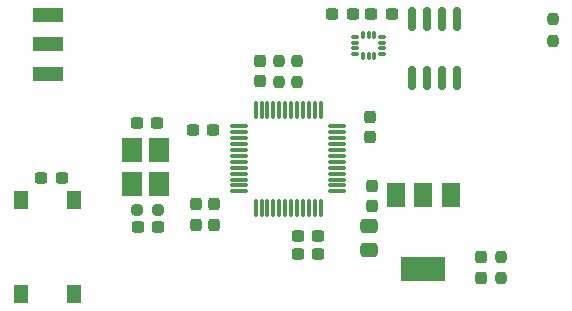
<source format=gbr>
%TF.GenerationSoftware,KiCad,Pcbnew,7.0.7*%
%TF.CreationDate,2024-03-24T23:16:09-05:00*%
%TF.ProjectId,lsm6dsoxCANEnabled,6c736d36-6473-46f7-9843-414e456e6162,rev?*%
%TF.SameCoordinates,Original*%
%TF.FileFunction,Paste,Top*%
%TF.FilePolarity,Positive*%
%FSLAX46Y46*%
G04 Gerber Fmt 4.6, Leading zero omitted, Abs format (unit mm)*
G04 Created by KiCad (PCBNEW 7.0.7) date 2024-03-24 23:16:09*
%MOMM*%
%LPD*%
G01*
G04 APERTURE LIST*
G04 Aperture macros list*
%AMRoundRect*
0 Rectangle with rounded corners*
0 $1 Rounding radius*
0 $2 $3 $4 $5 $6 $7 $8 $9 X,Y pos of 4 corners*
0 Add a 4 corners polygon primitive as box body*
4,1,4,$2,$3,$4,$5,$6,$7,$8,$9,$2,$3,0*
0 Add four circle primitives for the rounded corners*
1,1,$1+$1,$2,$3*
1,1,$1+$1,$4,$5*
1,1,$1+$1,$6,$7*
1,1,$1+$1,$8,$9*
0 Add four rect primitives between the rounded corners*
20,1,$1+$1,$2,$3,$4,$5,0*
20,1,$1+$1,$4,$5,$6,$7,0*
20,1,$1+$1,$6,$7,$8,$9,0*
20,1,$1+$1,$8,$9,$2,$3,0*%
G04 Aperture macros list end*
%ADD10RoundRect,0.237500X-0.237500X0.300000X-0.237500X-0.300000X0.237500X-0.300000X0.237500X0.300000X0*%
%ADD11R,1.500000X2.000000*%
%ADD12R,3.800000X2.000000*%
%ADD13RoundRect,0.250000X0.475000X-0.337500X0.475000X0.337500X-0.475000X0.337500X-0.475000X-0.337500X0*%
%ADD14RoundRect,0.237500X-0.237500X0.250000X-0.237500X-0.250000X0.237500X-0.250000X0.237500X0.250000X0*%
%ADD15R,1.800000X2.100000*%
%ADD16RoundRect,0.237500X-0.300000X-0.237500X0.300000X-0.237500X0.300000X0.237500X-0.300000X0.237500X0*%
%ADD17RoundRect,0.237500X0.300000X0.237500X-0.300000X0.237500X-0.300000X-0.237500X0.300000X-0.237500X0*%
%ADD18RoundRect,0.150000X0.150000X-0.825000X0.150000X0.825000X-0.150000X0.825000X-0.150000X-0.825000X0*%
%ADD19RoundRect,0.075000X-0.662500X-0.075000X0.662500X-0.075000X0.662500X0.075000X-0.662500X0.075000X0*%
%ADD20RoundRect,0.075000X-0.075000X-0.662500X0.075000X-0.662500X0.075000X0.662500X-0.075000X0.662500X0*%
%ADD21RoundRect,0.237500X0.237500X-0.250000X0.237500X0.250000X-0.237500X0.250000X-0.237500X-0.250000X0*%
%ADD22RoundRect,0.237500X0.237500X-0.300000X0.237500X0.300000X-0.237500X0.300000X-0.237500X-0.300000X0*%
%ADD23RoundRect,0.237500X0.250000X0.237500X-0.250000X0.237500X-0.250000X-0.237500X0.250000X-0.237500X0*%
%ADD24RoundRect,0.087500X0.225000X0.087500X-0.225000X0.087500X-0.225000X-0.087500X0.225000X-0.087500X0*%
%ADD25RoundRect,0.087500X0.087500X0.225000X-0.087500X0.225000X-0.087500X-0.225000X0.087500X-0.225000X0*%
%ADD26RoundRect,0.237500X0.237500X-0.287500X0.237500X0.287500X-0.237500X0.287500X-0.237500X-0.287500X0*%
%ADD27R,1.300000X1.550000*%
%ADD28R,2.500000X1.250000*%
G04 APERTURE END LIST*
D10*
%TO.C,C4*%
X86700000Y-46837500D03*
X86700000Y-48562500D03*
%TD*%
D11*
%TO.C,U5*%
X93400000Y-47600000D03*
D12*
X91100000Y-53900000D03*
D11*
X91100000Y-47600000D03*
X88800000Y-47600000D03*
%TD*%
D13*
%TO.C,C5*%
X86450000Y-52287500D03*
X86450000Y-50212500D03*
%TD*%
D14*
%TO.C,R1*%
X80400000Y-36237500D03*
X80400000Y-38062500D03*
%TD*%
D15*
%TO.C,Y1*%
X66400000Y-43800000D03*
X66400000Y-46700000D03*
X68700000Y-46700000D03*
X68700000Y-43800000D03*
%TD*%
D16*
%TO.C,C13*%
X83387500Y-32300000D03*
X85112500Y-32300000D03*
%TD*%
D17*
%TO.C,C7*%
X82187500Y-51050000D03*
X80462500Y-51050000D03*
%TD*%
D18*
%TO.C,U2*%
X90095000Y-37675000D03*
X91365000Y-37675000D03*
X92635000Y-37675000D03*
X93905000Y-37675000D03*
X93905000Y-32725000D03*
X92635000Y-32725000D03*
X91365000Y-32725000D03*
X90095000Y-32725000D03*
%TD*%
D19*
%TO.C,U3*%
X75475000Y-41800000D03*
X75475000Y-42300000D03*
X75475000Y-42800000D03*
X75475000Y-43300000D03*
X75475000Y-43800000D03*
X75475000Y-44300000D03*
X75475000Y-44800000D03*
X75475000Y-45300000D03*
X75475000Y-45800000D03*
X75475000Y-46300000D03*
X75475000Y-46800000D03*
X75475000Y-47300000D03*
D20*
X76887500Y-48712500D03*
X77387500Y-48712500D03*
X77887500Y-48712500D03*
X78387500Y-48712500D03*
X78887500Y-48712500D03*
X79387500Y-48712500D03*
X79887500Y-48712500D03*
X80387500Y-48712500D03*
X80887500Y-48712500D03*
X81387500Y-48712500D03*
X81887500Y-48712500D03*
X82387500Y-48712500D03*
D19*
X83800000Y-47300000D03*
X83800000Y-46800000D03*
X83800000Y-46300000D03*
X83800000Y-45800000D03*
X83800000Y-45300000D03*
X83800000Y-44800000D03*
X83800000Y-44300000D03*
X83800000Y-43800000D03*
X83800000Y-43300000D03*
X83800000Y-42800000D03*
X83800000Y-42300000D03*
X83800000Y-41800000D03*
D20*
X82387500Y-40387500D03*
X81887500Y-40387500D03*
X81387500Y-40387500D03*
X80887500Y-40387500D03*
X80387500Y-40387500D03*
X79887500Y-40387500D03*
X79387500Y-40387500D03*
X78887500Y-40387500D03*
X78387500Y-40387500D03*
X77887500Y-40387500D03*
X77387500Y-40387500D03*
X76887500Y-40387500D03*
%TD*%
D16*
%TO.C,C2*%
X66837500Y-41550000D03*
X68562500Y-41550000D03*
%TD*%
D21*
%TO.C,R4*%
X102050000Y-34562500D03*
X102050000Y-32737500D03*
%TD*%
D22*
%TO.C,C8*%
X77250000Y-37962500D03*
X77250000Y-36237500D03*
%TD*%
D14*
%TO.C,R2*%
X78850000Y-36237500D03*
X78850000Y-38062500D03*
%TD*%
D17*
%TO.C,C1*%
X60462500Y-46200000D03*
X58737500Y-46200000D03*
%TD*%
D23*
%TO.C,R3*%
X68662500Y-48850000D03*
X66837500Y-48850000D03*
%TD*%
D24*
%TO.C,U1*%
X87612500Y-35700000D03*
X87612500Y-35200000D03*
X87612500Y-34700000D03*
X87612500Y-34200000D03*
D25*
X86950000Y-34037500D03*
X86450000Y-34037500D03*
X85950000Y-34037500D03*
D24*
X85287500Y-34200000D03*
X85287500Y-34700000D03*
X85287500Y-35200000D03*
X85287500Y-35700000D03*
D25*
X85950000Y-35862500D03*
X86450000Y-35862500D03*
X86950000Y-35862500D03*
%TD*%
D17*
%TO.C,C6*%
X73312500Y-42100000D03*
X71587500Y-42100000D03*
%TD*%
D22*
%TO.C,C11*%
X73350000Y-50112500D03*
X73350000Y-48387500D03*
%TD*%
D10*
%TO.C,C9*%
X86600000Y-40987500D03*
X86600000Y-42712500D03*
%TD*%
D26*
%TO.C,D1*%
X96000000Y-54625000D03*
X96000000Y-52875000D03*
%TD*%
D21*
%TO.C,R5*%
X97650000Y-54662500D03*
X97650000Y-52837500D03*
%TD*%
D22*
%TO.C,C12*%
X71800000Y-50112500D03*
X71800000Y-48387500D03*
%TD*%
D17*
%TO.C,C10*%
X82200000Y-52600000D03*
X80475000Y-52600000D03*
%TD*%
%TO.C,C3*%
X68662500Y-50350000D03*
X66937500Y-50350000D03*
%TD*%
D27*
%TO.C,SW1*%
X57050000Y-56030000D03*
X57050000Y-48070000D03*
X61550000Y-56030000D03*
X61550000Y-48070000D03*
%TD*%
D17*
%TO.C,C14*%
X88412500Y-32300000D03*
X86687500Y-32300000D03*
%TD*%
D28*
%TO.C,SW2*%
X59350000Y-32350000D03*
X59350000Y-34850000D03*
X59350000Y-37350000D03*
%TD*%
M02*

</source>
